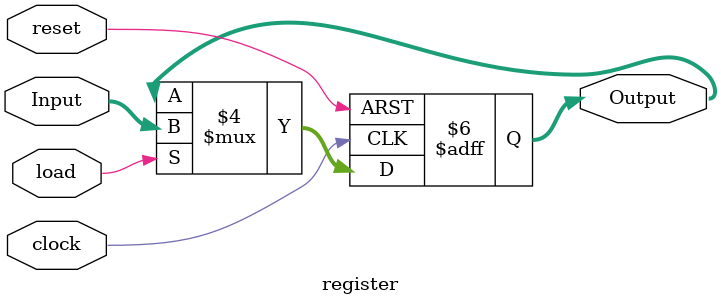
<source format=v>
module register (clock, reset, load, Input, Output);  

parameter n = 8;
input clock, reset, load;
input [n-1:0]Input;
output reg [n-1:0]Output;

always@(posedge clock, negedge reset)
begin
	if(!reset)
		Output<= 0;
	else
	begin
		if(load)
			Output <= Input;
		else
			Output <= Output;
	end
end

endmodule

</source>
